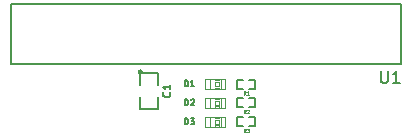
<source format=gto>
G04 (created by PCBNEW-RS274X (2012-apr-16-27)-stable) date Mon 12 May 2014 23:50:08 BST*
G01*
G70*
G90*
%MOIN*%
G04 Gerber Fmt 3.4, Leading zero omitted, Abs format*
%FSLAX34Y34*%
G04 APERTURE LIST*
%ADD10C,0.006000*%
%ADD11C,0.005000*%
%ADD12C,0.008000*%
%ADD13C,0.002600*%
%ADD14C,0.004000*%
%ADD15C,0.003000*%
G04 APERTURE END LIST*
G54D10*
G54D11*
X57152Y-41948D02*
X57151Y-41957D01*
X57148Y-41967D01*
X57143Y-41975D01*
X57137Y-41983D01*
X57129Y-41989D01*
X57121Y-41994D01*
X57112Y-41996D01*
X57102Y-41997D01*
X57093Y-41997D01*
X57084Y-41994D01*
X57075Y-41989D01*
X57068Y-41983D01*
X57061Y-41976D01*
X57057Y-41967D01*
X57054Y-41958D01*
X57053Y-41948D01*
X57053Y-41939D01*
X57056Y-41930D01*
X57060Y-41921D01*
X57067Y-41914D01*
X57074Y-41907D01*
X57082Y-41903D01*
X57092Y-41900D01*
X57101Y-41899D01*
X57110Y-41899D01*
X57120Y-41902D01*
X57128Y-41906D01*
X57136Y-41912D01*
X57142Y-41920D01*
X57147Y-41928D01*
X57150Y-41937D01*
X57151Y-41947D01*
X57152Y-41948D01*
X57102Y-42398D02*
X57102Y-41998D01*
X57102Y-41998D02*
X57702Y-41998D01*
X57702Y-41998D02*
X57702Y-42398D01*
X57702Y-42798D02*
X57702Y-43198D01*
X57702Y-43198D02*
X57102Y-43198D01*
X57102Y-43198D02*
X57102Y-42798D01*
G54D12*
X65791Y-39709D02*
X52791Y-39709D01*
X52791Y-41709D02*
X65791Y-41709D01*
X65791Y-41709D02*
X65791Y-39709D01*
X52791Y-39709D02*
X52791Y-41709D01*
G54D11*
X60530Y-42212D02*
X60330Y-42212D01*
X60330Y-42212D02*
X60330Y-42512D01*
X60330Y-42512D02*
X60530Y-42512D01*
X60730Y-42212D02*
X60930Y-42212D01*
X60930Y-42212D02*
X60930Y-42512D01*
X60930Y-42512D02*
X60730Y-42512D01*
X60530Y-42842D02*
X60330Y-42842D01*
X60330Y-42842D02*
X60330Y-43142D01*
X60330Y-43142D02*
X60530Y-43142D01*
X60730Y-42842D02*
X60930Y-42842D01*
X60930Y-42842D02*
X60930Y-43142D01*
X60930Y-43142D02*
X60730Y-43142D01*
X60530Y-43472D02*
X60330Y-43472D01*
X60330Y-43472D02*
X60330Y-43772D01*
X60330Y-43772D02*
X60530Y-43772D01*
X60730Y-43472D02*
X60930Y-43472D01*
X60930Y-43472D02*
X60930Y-43772D01*
X60930Y-43772D02*
X60730Y-43772D01*
G54D13*
X59783Y-42185D02*
X59783Y-42539D01*
X59783Y-42539D02*
X59940Y-42539D01*
X59940Y-42185D02*
X59940Y-42539D01*
X59783Y-42185D02*
X59940Y-42185D01*
X59272Y-42185D02*
X59272Y-42539D01*
X59272Y-42539D02*
X59429Y-42539D01*
X59429Y-42185D02*
X59429Y-42539D01*
X59272Y-42185D02*
X59429Y-42185D01*
X59606Y-42185D02*
X59606Y-42244D01*
X59606Y-42244D02*
X59724Y-42244D01*
X59724Y-42185D02*
X59724Y-42244D01*
X59606Y-42185D02*
X59724Y-42185D01*
X59606Y-42480D02*
X59606Y-42539D01*
X59606Y-42539D02*
X59724Y-42539D01*
X59724Y-42480D02*
X59724Y-42539D01*
X59606Y-42480D02*
X59724Y-42480D01*
X59606Y-42303D02*
X59606Y-42421D01*
X59606Y-42421D02*
X59724Y-42421D01*
X59724Y-42303D02*
X59724Y-42421D01*
X59606Y-42303D02*
X59724Y-42303D01*
G54D14*
X59783Y-42205D02*
X59429Y-42205D01*
X59783Y-42519D02*
X59429Y-42519D01*
G54D13*
X59783Y-42815D02*
X59783Y-43169D01*
X59783Y-43169D02*
X59940Y-43169D01*
X59940Y-42815D02*
X59940Y-43169D01*
X59783Y-42815D02*
X59940Y-42815D01*
X59272Y-42815D02*
X59272Y-43169D01*
X59272Y-43169D02*
X59429Y-43169D01*
X59429Y-42815D02*
X59429Y-43169D01*
X59272Y-42815D02*
X59429Y-42815D01*
X59606Y-42815D02*
X59606Y-42874D01*
X59606Y-42874D02*
X59724Y-42874D01*
X59724Y-42815D02*
X59724Y-42874D01*
X59606Y-42815D02*
X59724Y-42815D01*
X59606Y-43110D02*
X59606Y-43169D01*
X59606Y-43169D02*
X59724Y-43169D01*
X59724Y-43110D02*
X59724Y-43169D01*
X59606Y-43110D02*
X59724Y-43110D01*
X59606Y-42933D02*
X59606Y-43051D01*
X59606Y-43051D02*
X59724Y-43051D01*
X59724Y-42933D02*
X59724Y-43051D01*
X59606Y-42933D02*
X59724Y-42933D01*
G54D14*
X59783Y-42835D02*
X59429Y-42835D01*
X59783Y-43149D02*
X59429Y-43149D01*
G54D13*
X59783Y-43445D02*
X59783Y-43799D01*
X59783Y-43799D02*
X59940Y-43799D01*
X59940Y-43445D02*
X59940Y-43799D01*
X59783Y-43445D02*
X59940Y-43445D01*
X59272Y-43445D02*
X59272Y-43799D01*
X59272Y-43799D02*
X59429Y-43799D01*
X59429Y-43445D02*
X59429Y-43799D01*
X59272Y-43445D02*
X59429Y-43445D01*
X59606Y-43445D02*
X59606Y-43504D01*
X59606Y-43504D02*
X59724Y-43504D01*
X59724Y-43445D02*
X59724Y-43504D01*
X59606Y-43445D02*
X59724Y-43445D01*
X59606Y-43740D02*
X59606Y-43799D01*
X59606Y-43799D02*
X59724Y-43799D01*
X59724Y-43740D02*
X59724Y-43799D01*
X59606Y-43740D02*
X59724Y-43740D01*
X59606Y-43563D02*
X59606Y-43681D01*
X59606Y-43681D02*
X59724Y-43681D01*
X59724Y-43563D02*
X59724Y-43681D01*
X59606Y-43563D02*
X59724Y-43563D01*
G54D14*
X59783Y-43465D02*
X59429Y-43465D01*
X59783Y-43779D02*
X59429Y-43779D01*
G54D11*
X58078Y-42640D02*
X58090Y-42652D01*
X58102Y-42687D01*
X58102Y-42711D01*
X58090Y-42747D01*
X58066Y-42771D01*
X58043Y-42782D01*
X57995Y-42794D01*
X57959Y-42794D01*
X57912Y-42782D01*
X57888Y-42771D01*
X57864Y-42747D01*
X57852Y-42711D01*
X57852Y-42687D01*
X57864Y-42652D01*
X57876Y-42640D01*
X58102Y-42402D02*
X58102Y-42544D01*
X58102Y-42473D02*
X57852Y-42473D01*
X57888Y-42497D01*
X57912Y-42521D01*
X57924Y-42544D01*
G54D12*
X65121Y-41921D02*
X65121Y-42245D01*
X65140Y-42283D01*
X65159Y-42302D01*
X65197Y-42321D01*
X65274Y-42321D01*
X65312Y-42302D01*
X65331Y-42283D01*
X65350Y-42245D01*
X65350Y-41921D01*
X65750Y-42321D02*
X65521Y-42321D01*
X65635Y-42321D02*
X65635Y-41921D01*
X65597Y-41978D01*
X65559Y-42016D01*
X65521Y-42035D01*
G54D15*
X60610Y-42711D02*
X60570Y-42653D01*
X60542Y-42711D02*
X60542Y-42591D01*
X60587Y-42591D01*
X60599Y-42596D01*
X60604Y-42602D01*
X60610Y-42613D01*
X60610Y-42631D01*
X60604Y-42642D01*
X60599Y-42648D01*
X60587Y-42653D01*
X60542Y-42653D01*
X60724Y-42711D02*
X60656Y-42711D01*
X60690Y-42711D02*
X60690Y-42591D01*
X60679Y-42608D01*
X60667Y-42619D01*
X60656Y-42625D01*
X60610Y-43341D02*
X60570Y-43283D01*
X60542Y-43341D02*
X60542Y-43221D01*
X60587Y-43221D01*
X60599Y-43226D01*
X60604Y-43232D01*
X60610Y-43243D01*
X60610Y-43261D01*
X60604Y-43272D01*
X60599Y-43278D01*
X60587Y-43283D01*
X60542Y-43283D01*
X60656Y-43232D02*
X60662Y-43226D01*
X60673Y-43221D01*
X60702Y-43221D01*
X60713Y-43226D01*
X60719Y-43232D01*
X60724Y-43243D01*
X60724Y-43255D01*
X60719Y-43272D01*
X60650Y-43341D01*
X60724Y-43341D01*
X60610Y-43971D02*
X60570Y-43913D01*
X60542Y-43971D02*
X60542Y-43851D01*
X60587Y-43851D01*
X60599Y-43856D01*
X60604Y-43862D01*
X60610Y-43873D01*
X60610Y-43891D01*
X60604Y-43902D01*
X60599Y-43908D01*
X60587Y-43913D01*
X60542Y-43913D01*
X60650Y-43851D02*
X60724Y-43851D01*
X60684Y-43896D01*
X60702Y-43896D01*
X60713Y-43902D01*
X60719Y-43908D01*
X60724Y-43919D01*
X60724Y-43948D01*
X60719Y-43959D01*
X60713Y-43965D01*
X60702Y-43971D01*
X60667Y-43971D01*
X60656Y-43965D01*
X60650Y-43959D01*
G54D11*
X58593Y-42443D02*
X58593Y-42243D01*
X58640Y-42243D01*
X58669Y-42252D01*
X58688Y-42272D01*
X58697Y-42291D01*
X58707Y-42329D01*
X58707Y-42357D01*
X58697Y-42395D01*
X58688Y-42414D01*
X58669Y-42433D01*
X58640Y-42443D01*
X58593Y-42443D01*
X58897Y-42443D02*
X58783Y-42443D01*
X58840Y-42443D02*
X58840Y-42243D01*
X58821Y-42272D01*
X58802Y-42291D01*
X58783Y-42300D01*
X58593Y-43073D02*
X58593Y-42873D01*
X58640Y-42873D01*
X58669Y-42882D01*
X58688Y-42902D01*
X58697Y-42921D01*
X58707Y-42959D01*
X58707Y-42987D01*
X58697Y-43025D01*
X58688Y-43044D01*
X58669Y-43063D01*
X58640Y-43073D01*
X58593Y-43073D01*
X58783Y-42892D02*
X58793Y-42882D01*
X58812Y-42873D01*
X58859Y-42873D01*
X58878Y-42882D01*
X58888Y-42892D01*
X58897Y-42911D01*
X58897Y-42930D01*
X58888Y-42959D01*
X58774Y-43073D01*
X58897Y-43073D01*
X58593Y-43703D02*
X58593Y-43503D01*
X58640Y-43503D01*
X58669Y-43512D01*
X58688Y-43532D01*
X58697Y-43551D01*
X58707Y-43589D01*
X58707Y-43617D01*
X58697Y-43655D01*
X58688Y-43674D01*
X58669Y-43693D01*
X58640Y-43703D01*
X58593Y-43703D01*
X58774Y-43503D02*
X58897Y-43503D01*
X58831Y-43579D01*
X58859Y-43579D01*
X58878Y-43589D01*
X58888Y-43598D01*
X58897Y-43617D01*
X58897Y-43665D01*
X58888Y-43684D01*
X58878Y-43693D01*
X58859Y-43703D01*
X58802Y-43703D01*
X58783Y-43693D01*
X58774Y-43684D01*
M02*

</source>
